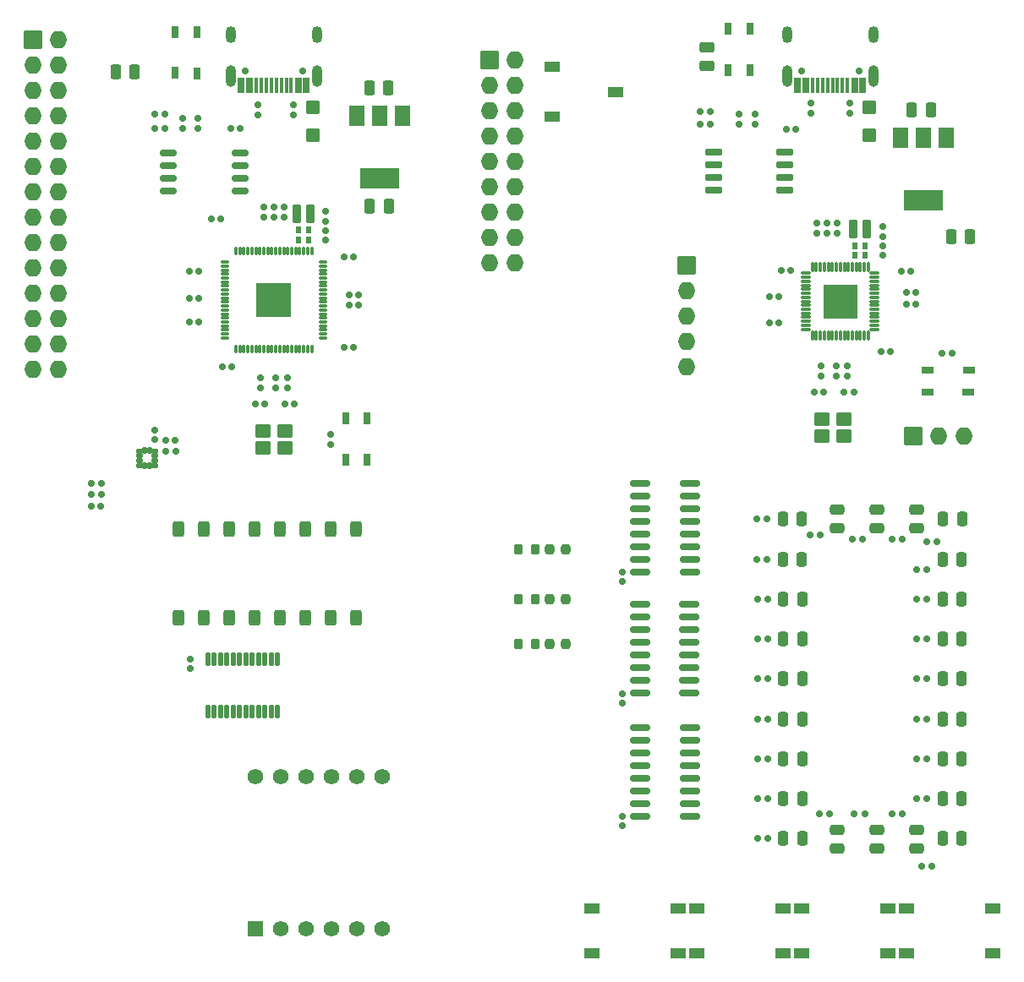
<source format=gbr>
G04 #@! TF.GenerationSoftware,KiCad,Pcbnew,9.0.0*
G04 #@! TF.CreationDate,2025-05-15T14:18:08+02:00*
G04 #@! TF.ProjectId,RP2350_80QFN_minimal,52503233-3530-45f3-9830-51464e5f6d69,rev?*
G04 #@! TF.SameCoordinates,Original*
G04 #@! TF.FileFunction,Soldermask,Top*
G04 #@! TF.FilePolarity,Negative*
%FSLAX46Y46*%
G04 Gerber Fmt 4.6, Leading zero omitted, Abs format (unit mm)*
G04 Created by KiCad (PCBNEW 9.0.0) date 2025-05-15 14:18:08*
%MOMM*%
%LPD*%
G01*
G04 APERTURE LIST*
G04 Aperture macros list*
%AMRoundRect*
0 Rectangle with rounded corners*
0 $1 Rounding radius*
0 $2 $3 $4 $5 $6 $7 $8 $9 X,Y pos of 4 corners*
0 Add a 4 corners polygon primitive as box body*
4,1,4,$2,$3,$4,$5,$6,$7,$8,$9,$2,$3,0*
0 Add four circle primitives for the rounded corners*
1,1,$1+$1,$2,$3*
1,1,$1+$1,$4,$5*
1,1,$1+$1,$6,$7*
1,1,$1+$1,$8,$9*
0 Add four rect primitives between the rounded corners*
20,1,$1+$1,$2,$3,$4,$5,0*
20,1,$1+$1,$4,$5,$6,$7,0*
20,1,$1+$1,$6,$7,$8,$9,0*
20,1,$1+$1,$8,$9,$2,$3,0*%
%AMFreePoly0*
4,1,35,0.408713,0.121213,0.458713,0.071213,0.467500,0.050000,0.467500,-0.050000,0.466924,-0.055853,0.463118,-0.074987,0.458638,-0.085802,0.447799,-0.102023,0.439523,-0.110299,0.423302,-0.121138,0.412487,-0.125618,0.393353,-0.129424,0.387500,-0.130000,-0.387500,-0.130000,-0.393353,-0.129424,-0.412487,-0.125618,-0.423302,-0.121138,-0.439523,-0.110299,-0.447799,-0.102023,-0.458638,-0.085802,
-0.463118,-0.074987,-0.466924,-0.055853,-0.467500,-0.050000,-0.467500,0.050000,-0.466924,0.055853,-0.463118,0.074987,-0.458638,0.085802,-0.447799,0.102023,-0.439523,0.110299,-0.423302,0.121138,-0.412487,0.125618,-0.393353,0.129424,-0.387500,0.130000,0.387500,0.130000,0.408713,0.121213,0.408713,0.121213,$1*%
%AMFreePoly1*
4,1,35,0.393353,0.129424,0.412487,0.125618,0.423302,0.121138,0.439523,0.110299,0.447799,0.102023,0.458638,0.085802,0.463118,0.074987,0.466924,0.055853,0.467500,0.050000,0.467500,-0.050000,0.458713,-0.071213,0.408713,-0.121213,0.387500,-0.130000,-0.387500,-0.130000,-0.393353,-0.129424,-0.412487,-0.125618,-0.423302,-0.121138,-0.439523,-0.110299,-0.447799,-0.102023,-0.458638,-0.085802,
-0.463118,-0.074987,-0.466924,-0.055853,-0.467500,-0.050000,-0.467500,0.050000,-0.466924,0.055853,-0.463118,0.074987,-0.458638,0.085802,-0.447799,0.102023,-0.439523,0.110299,-0.423302,0.121138,-0.412487,0.125618,-0.393353,0.129424,-0.387500,0.130000,0.387500,0.130000,0.393353,0.129424,0.393353,0.129424,$1*%
%AMFreePoly2*
4,1,35,0.055853,0.466924,0.074987,0.463118,0.085802,0.458638,0.102023,0.447799,0.110299,0.439523,0.121138,0.423302,0.125618,0.412487,0.129424,0.393353,0.130000,0.387500,0.130000,-0.387500,0.129424,-0.393353,0.125618,-0.412487,0.121138,-0.423302,0.110299,-0.439523,0.102023,-0.447799,0.085802,-0.458638,0.074987,-0.463118,0.055853,-0.466924,0.050000,-0.467500,-0.050000,-0.467500,
-0.055853,-0.466924,-0.074987,-0.463118,-0.085802,-0.458638,-0.102023,-0.447799,-0.110299,-0.439523,-0.121138,-0.423302,-0.125618,-0.412487,-0.129424,-0.393353,-0.130000,-0.387500,-0.130000,0.387500,-0.121213,0.408713,-0.071213,0.458713,-0.050000,0.467500,0.050000,0.467500,0.055853,0.466924,0.055853,0.466924,$1*%
%AMFreePoly3*
4,1,35,0.071213,0.458713,0.121213,0.408713,0.130000,0.387500,0.130000,-0.387500,0.129424,-0.393353,0.125618,-0.412487,0.121138,-0.423302,0.110299,-0.439523,0.102023,-0.447799,0.085802,-0.458638,0.074987,-0.463118,0.055853,-0.466924,0.050000,-0.467500,-0.050000,-0.467500,-0.055853,-0.466924,-0.074987,-0.463118,-0.085802,-0.458638,-0.102023,-0.447799,-0.110299,-0.439523,-0.121138,-0.423302,
-0.125618,-0.412487,-0.129424,-0.393353,-0.130000,-0.387500,-0.130000,0.387500,-0.129424,0.393353,-0.125618,0.412487,-0.121138,0.423302,-0.110299,0.439523,-0.102023,0.447799,-0.085802,0.458638,-0.074987,0.463118,-0.055853,0.466924,-0.050000,0.467500,0.050000,0.467500,0.071213,0.458713,0.071213,0.458713,$1*%
%AMFreePoly4*
4,1,35,0.393353,0.129424,0.412487,0.125618,0.423302,0.121138,0.439523,0.110299,0.447799,0.102023,0.458638,0.085802,0.463118,0.074987,0.466924,0.055853,0.467500,0.050000,0.467500,-0.050000,0.466924,-0.055853,0.463118,-0.074987,0.458638,-0.085802,0.447799,-0.102023,0.439523,-0.110299,0.423302,-0.121138,0.412487,-0.125618,0.393353,-0.129424,0.387500,-0.130000,-0.387500,-0.130000,
-0.408713,-0.121213,-0.458713,-0.071213,-0.467500,-0.050000,-0.467500,0.050000,-0.466924,0.055853,-0.463118,0.074987,-0.458638,0.085802,-0.447799,0.102023,-0.439523,0.110299,-0.423302,0.121138,-0.412487,0.125618,-0.393353,0.129424,-0.387500,0.130000,0.387500,0.130000,0.393353,0.129424,0.393353,0.129424,$1*%
%AMFreePoly5*
4,1,35,0.393353,0.129424,0.412487,0.125618,0.423302,0.121138,0.439523,0.110299,0.447799,0.102023,0.458638,0.085802,0.463118,0.074987,0.466924,0.055853,0.467500,0.050000,0.467500,-0.050000,0.466924,-0.055853,0.463118,-0.074987,0.458638,-0.085802,0.447799,-0.102023,0.439523,-0.110299,0.423302,-0.121138,0.412487,-0.125618,0.393353,-0.129424,0.387500,-0.130000,-0.387500,-0.130000,
-0.393353,-0.129424,-0.412487,-0.125618,-0.423302,-0.121138,-0.439523,-0.110299,-0.447799,-0.102023,-0.458638,-0.085802,-0.463118,-0.074987,-0.466924,-0.055853,-0.467500,-0.050000,-0.467500,0.050000,-0.458713,0.071213,-0.408713,0.121213,-0.387500,0.130000,0.387500,0.130000,0.393353,0.129424,0.393353,0.129424,$1*%
%AMFreePoly6*
4,1,35,0.055853,0.466924,0.074987,0.463118,0.085802,0.458638,0.102023,0.447799,0.110299,0.439523,0.121138,0.423302,0.125618,0.412487,0.129424,0.393353,0.130000,0.387500,0.130000,-0.387500,0.121213,-0.408713,0.071213,-0.458713,0.050000,-0.467500,-0.050000,-0.467500,-0.055853,-0.466924,-0.074987,-0.463118,-0.085802,-0.458638,-0.102023,-0.447799,-0.110299,-0.439523,-0.121138,-0.423302,
-0.125618,-0.412487,-0.129424,-0.393353,-0.130000,-0.387500,-0.130000,0.387500,-0.129424,0.393353,-0.125618,0.412487,-0.121138,0.423302,-0.110299,0.439523,-0.102023,0.447799,-0.085802,0.458638,-0.074987,0.463118,-0.055853,0.466924,-0.050000,0.467500,0.050000,0.467500,0.055853,0.466924,0.055853,0.466924,$1*%
%AMFreePoly7*
4,1,35,0.055853,0.466924,0.074987,0.463118,0.085802,0.458638,0.102023,0.447799,0.110299,0.439523,0.121138,0.423302,0.125618,0.412487,0.129424,0.393353,0.130000,0.387500,0.130000,-0.387500,0.129424,-0.393353,0.125618,-0.412487,0.121138,-0.423302,0.110299,-0.439523,0.102023,-0.447799,0.085802,-0.458638,0.074987,-0.463118,0.055853,-0.466924,0.050000,-0.467500,-0.050000,-0.467500,
-0.071213,-0.458713,-0.121213,-0.408713,-0.130000,-0.387500,-0.130000,0.387500,-0.129424,0.393353,-0.125618,0.412487,-0.121138,0.423302,-0.110299,0.439523,-0.102023,0.447799,-0.085802,0.458638,-0.074987,0.463118,-0.055853,0.466924,-0.050000,0.467500,0.050000,0.467500,0.055853,0.466924,0.055853,0.466924,$1*%
G04 Aperture macros list end*
%ADD10RoundRect,0.265000X-0.265000X-0.490000X0.265000X-0.490000X0.265000X0.490000X-0.265000X0.490000X0*%
%ADD11RoundRect,0.155000X0.155000X0.185000X-0.155000X0.185000X-0.155000X-0.185000X0.155000X-0.185000X0*%
%ADD12RoundRect,0.150000X-0.200000X0.150000X-0.200000X-0.150000X0.200000X-0.150000X0.200000X0.150000X0*%
%ADD13RoundRect,0.030000X-0.750000X1.000000X-0.750000X-1.000000X0.750000X-1.000000X0.750000X1.000000X0*%
%ADD14RoundRect,0.030000X-1.900000X1.000000X-1.900000X-1.000000X1.900000X-1.000000X1.900000X1.000000X0*%
%ADD15RoundRect,0.165000X-0.665000X-0.165000X0.665000X-0.165000X0.665000X0.165000X-0.665000X0.165000X0*%
%ADD16RoundRect,0.155000X-0.155000X-0.185000X0.155000X-0.185000X0.155000X0.185000X-0.155000X0.185000X0*%
%ADD17RoundRect,0.155000X0.185000X-0.155000X0.185000X0.155000X-0.185000X0.155000X-0.185000X-0.155000X0*%
%ADD18RoundRect,0.030000X-0.700000X-0.600000X0.700000X-0.600000X0.700000X0.600000X-0.700000X0.600000X0*%
%ADD19RoundRect,0.258750X0.258750X0.471250X-0.258750X0.471250X-0.258750X-0.471250X0.258750X-0.471250X0*%
%ADD20RoundRect,0.150000X0.200000X-0.150000X0.200000X0.150000X-0.200000X0.150000X-0.200000X-0.150000X0*%
%ADD21RoundRect,0.165000X0.840000X0.165000X-0.840000X0.165000X-0.840000X-0.165000X0.840000X-0.165000X0*%
%ADD22RoundRect,0.155000X-0.185000X0.155000X-0.185000X-0.155000X0.185000X-0.155000X0.185000X0.155000X0*%
%ADD23RoundRect,0.258750X0.471250X-0.258750X0.471250X0.258750X-0.471250X0.258750X-0.471250X-0.258750X0*%
%ADD24RoundRect,0.263637X0.316363X-0.516363X0.316363X0.516363X-0.316363X0.516363X-0.316363X-0.516363X0*%
%ADD25RoundRect,0.215000X0.215000X0.290000X-0.215000X0.290000X-0.215000X-0.290000X0.215000X-0.290000X0*%
%ADD26RoundRect,0.030000X-0.700000X-0.500000X0.700000X-0.500000X0.700000X0.500000X-0.700000X0.500000X0*%
%ADD27RoundRect,0.150000X0.150000X0.200000X-0.150000X0.200000X-0.150000X-0.200000X0.150000X-0.200000X0*%
%ADD28RoundRect,0.030000X-0.235000X-0.265000X0.235000X-0.265000X0.235000X0.265000X-0.235000X0.265000X0*%
%ADD29RoundRect,0.030000X-0.850000X-0.850000X0.850000X-0.850000X0.850000X0.850000X-0.850000X0.850000X0*%
%ADD30O,1.760000X1.760000*%
%ADD31RoundRect,0.030000X-0.325000X0.525000X-0.325000X-0.525000X0.325000X-0.525000X0.325000X0.525000X0*%
%ADD32RoundRect,0.150000X-0.150000X-0.200000X0.150000X-0.200000X0.150000X0.200000X-0.150000X0.200000X0*%
%ADD33RoundRect,0.030000X-0.350000X-0.850000X0.350000X-0.850000X0.350000X0.850000X-0.350000X0.850000X0*%
%ADD34RoundRect,0.258750X-0.471250X0.258750X-0.471250X-0.258750X0.471250X-0.258750X0.471250X0.258750X0*%
%ADD35RoundRect,0.030000X0.850000X-0.850000X0.850000X0.850000X-0.850000X0.850000X-0.850000X-0.850000X0*%
%ADD36RoundRect,0.233750X0.233750X0.271250X-0.233750X0.271250X-0.233750X-0.271250X0.233750X-0.271250X0*%
%ADD37RoundRect,0.030000X0.750000X-0.750000X0.750000X0.750000X-0.750000X0.750000X-0.750000X-0.750000X0*%
%ADD38C,1.560000*%
%ADD39RoundRect,0.030000X-0.525000X-0.325000X0.525000X-0.325000X0.525000X0.325000X-0.525000X0.325000X0*%
%ADD40FreePoly0,0.000000*%
%ADD41RoundRect,0.065000X-0.402500X-0.065000X0.402500X-0.065000X0.402500X0.065000X-0.402500X0.065000X0*%
%ADD42FreePoly1,0.000000*%
%ADD43FreePoly2,0.000000*%
%ADD44RoundRect,0.065000X-0.065000X-0.402500X0.065000X-0.402500X0.065000X0.402500X-0.065000X0.402500X0*%
%ADD45FreePoly3,0.000000*%
%ADD46FreePoly4,0.000000*%
%ADD47FreePoly5,0.000000*%
%ADD48FreePoly6,0.000000*%
%ADD49FreePoly7,0.000000*%
%ADD50RoundRect,0.155700X1.574300X-1.574300X1.574300X1.574300X-1.574300X1.574300X-1.574300X-1.574300X0*%
%ADD51RoundRect,0.030000X0.600000X-0.600000X0.600000X0.600000X-0.600000X0.600000X-0.600000X-0.600000X0*%
%ADD52C,0.710000*%
%ADD53RoundRect,0.030000X0.300000X0.725000X-0.300000X0.725000X-0.300000X-0.725000X0.300000X-0.725000X0*%
%ADD54RoundRect,0.030000X0.150000X0.725000X-0.150000X0.725000X-0.150000X-0.725000X0.150000X-0.725000X0*%
%ADD55O,1.060000X2.160000*%
%ADD56O,1.060000X1.660000*%
%ADD57RoundRect,0.030000X-0.750000X0.500000X-0.750000X-0.500000X0.750000X-0.500000X0.750000X0.500000X0*%
%ADD58RoundRect,0.102000X-0.200000X-0.175000X0.200000X-0.175000X0.200000X0.175000X-0.200000X0.175000X0*%
%ADD59RoundRect,0.102000X-0.175000X-0.200000X0.175000X-0.200000X0.175000X0.200000X-0.175000X0.200000X0*%
%ADD60RoundRect,0.030000X0.200000X-0.600000X0.200000X0.600000X-0.200000X0.600000X-0.200000X-0.600000X0*%
%ADD61RoundRect,0.070000X0.350000X-0.070000X0.350000X0.070000X-0.350000X0.070000X-0.350000X-0.070000X0*%
%ADD62RoundRect,0.070000X-0.070000X-0.350000X0.070000X-0.350000X0.070000X0.350000X-0.070000X0.350000X0*%
%ADD63C,0.660000*%
%ADD64RoundRect,0.030000X-0.566666X-0.566666X0.566666X-0.566666X0.566666X0.566666X-0.566666X0.566666X0*%
%ADD65RoundRect,0.030000X0.325000X-0.525000X0.325000X0.525000X-0.325000X0.525000X-0.325000X-0.525000X0*%
%ADD66RoundRect,0.177500X-0.665000X-0.177500X0.665000X-0.177500X0.665000X0.177500X-0.665000X0.177500X0*%
%ADD67RoundRect,0.265000X-0.490000X0.265000X-0.490000X-0.265000X0.490000X-0.265000X0.490000X0.265000X0*%
G04 APERTURE END LIST*
D10*
X97450000Y-65650000D03*
X99350000Y-65650000D03*
D11*
X80330000Y-77250000D03*
X79370000Y-77250000D03*
X84515000Y-57880000D03*
X83555000Y-57880000D03*
D12*
X80250000Y-56840000D03*
X80250000Y-57860000D03*
D13*
X100750000Y-56550000D03*
X98450000Y-56550000D03*
D14*
X98450000Y-62850000D03*
D13*
X96150000Y-56550000D03*
D15*
X77250000Y-60345000D03*
X77250000Y-61615000D03*
X77250000Y-62885000D03*
X77250000Y-64155000D03*
X84450000Y-64155000D03*
X84450000Y-62885000D03*
X84450000Y-61615000D03*
X84450000Y-60345000D03*
D16*
X88965000Y-85470000D03*
X89925000Y-85470000D03*
D17*
X86850000Y-66730000D03*
X86850000Y-65770000D03*
D16*
X95375000Y-75550000D03*
X96335000Y-75550000D03*
X94870000Y-79750000D03*
X95830000Y-79750000D03*
D12*
X87850000Y-65740000D03*
X87850000Y-66760000D03*
D10*
X97437500Y-53800000D03*
X99337500Y-53800000D03*
D11*
X80330000Y-72150000D03*
X79370000Y-72150000D03*
X86955000Y-85470000D03*
X85995000Y-85470000D03*
D12*
X88850000Y-65740000D03*
X88850000Y-66760000D03*
D16*
X94870000Y-70750000D03*
X95830000Y-70750000D03*
D12*
X88050000Y-82845000D03*
X88050000Y-83865000D03*
D18*
X86750000Y-89900000D03*
X88950000Y-89900000D03*
X88950000Y-88200000D03*
X86750000Y-88200000D03*
D10*
X72000000Y-52150000D03*
X73900000Y-52150000D03*
D19*
X140750000Y-105000000D03*
X138875000Y-105000000D03*
D20*
X141650000Y-56320000D03*
X141650000Y-55300000D03*
D12*
X93050000Y-66190000D03*
X93050000Y-67210000D03*
D21*
X129500000Y-102270000D03*
X129500000Y-101000000D03*
X129500000Y-99730000D03*
X129500000Y-98460000D03*
X129500000Y-97190000D03*
X129500000Y-95920000D03*
X129500000Y-94650000D03*
X129500000Y-93380000D03*
X124550000Y-93380000D03*
X124550000Y-94650000D03*
X124550000Y-95920000D03*
X124550000Y-97190000D03*
X124550000Y-98460000D03*
X124550000Y-99730000D03*
X124550000Y-101000000D03*
X124550000Y-102270000D03*
D22*
X122750000Y-114500000D03*
X122750000Y-115460000D03*
D11*
X138430000Y-74750000D03*
X137470000Y-74750000D03*
D17*
X75950000Y-89045000D03*
X75950000Y-88085000D03*
D23*
X152250000Y-130000000D03*
X152250000Y-128125000D03*
D22*
X122750000Y-102290000D03*
X122750000Y-103250000D03*
X145250000Y-81680000D03*
X145250000Y-82640000D03*
D12*
X134430000Y-56440000D03*
X134430000Y-57460000D03*
X93525000Y-88540000D03*
X93525000Y-89560000D03*
D16*
X144970000Y-84250000D03*
X145930000Y-84250000D03*
D24*
X78300000Y-106900000D03*
X80840000Y-106900000D03*
X83380000Y-106900000D03*
X85920000Y-106900000D03*
X88460000Y-106900000D03*
X91000000Y-106900000D03*
X93540000Y-106900000D03*
X96080000Y-106900000D03*
X96080000Y-98000000D03*
X93540000Y-98000000D03*
X91000000Y-98000000D03*
X88460000Y-98000000D03*
X85920000Y-98000000D03*
X83380000Y-98000000D03*
X80840000Y-98000000D03*
X78300000Y-98000000D03*
D25*
X114025000Y-100025000D03*
X112375000Y-100025000D03*
D12*
X144150000Y-81650000D03*
X144150000Y-82670000D03*
D25*
X114025000Y-105025000D03*
X112375000Y-105025000D03*
D26*
X140700000Y-136000000D03*
X149300000Y-136000000D03*
X140700000Y-140500000D03*
X149300000Y-140500000D03*
D20*
X145550000Y-56310000D03*
X145550000Y-55290000D03*
D27*
X153270000Y-117000000D03*
X152250000Y-117000000D03*
D19*
X140750000Y-125000000D03*
X138875000Y-125000000D03*
X140687500Y-101000000D03*
X138812500Y-101000000D03*
D27*
X153270000Y-113000000D03*
X152250000Y-113000000D03*
D19*
X140750000Y-113000000D03*
X138875000Y-113000000D03*
D26*
X151200000Y-136000000D03*
X159800000Y-136000000D03*
X151200000Y-140500000D03*
X159800000Y-140500000D03*
D19*
X140750000Y-117000000D03*
X138875000Y-117000000D03*
D27*
X147010000Y-126500000D03*
X145990000Y-126500000D03*
D21*
X129500000Y-126770000D03*
X129500000Y-125500000D03*
X129500000Y-124230000D03*
X129500000Y-122960000D03*
X129500000Y-121690000D03*
X129500000Y-120420000D03*
X129500000Y-119150000D03*
X129500000Y-117880000D03*
X124550000Y-117880000D03*
X124550000Y-119150000D03*
X124550000Y-120420000D03*
X124550000Y-121690000D03*
X124550000Y-122960000D03*
X124550000Y-124230000D03*
X124550000Y-125500000D03*
X124550000Y-126770000D03*
D22*
X93050000Y-68070000D03*
X93050000Y-69030000D03*
D28*
X90335000Y-68050000D03*
X91365000Y-68050000D03*
D27*
X137260000Y-97000000D03*
X136240000Y-97000000D03*
D11*
X138430000Y-77350000D03*
X137470000Y-77350000D03*
D27*
X137322500Y-125000000D03*
X136302500Y-125000000D03*
X137322500Y-113000000D03*
X136302500Y-113000000D03*
D29*
X129150000Y-71540000D03*
D30*
X129150000Y-74080000D03*
X129150000Y-76620000D03*
X129150000Y-79160000D03*
X129150000Y-81700000D03*
D19*
X156687500Y-113000000D03*
X154812500Y-113000000D03*
D27*
X137260000Y-101000000D03*
X136240000Y-101000000D03*
D11*
X82530000Y-66950000D03*
X81570000Y-66950000D03*
D22*
X79450000Y-111040000D03*
X79450000Y-112000000D03*
D27*
X155747500Y-80400000D03*
X154727500Y-80400000D03*
D19*
X156687500Y-117000000D03*
X154812500Y-117000000D03*
D11*
X140130000Y-57950000D03*
X139170000Y-57950000D03*
D31*
X80125000Y-48175000D03*
X80125000Y-52325000D03*
X77975000Y-48175000D03*
X77975000Y-52300000D03*
D19*
X156687500Y-109000000D03*
X154812500Y-109000000D03*
D20*
X89850000Y-56500000D03*
X89850000Y-55480000D03*
D16*
X151170000Y-74250000D03*
X152130000Y-74250000D03*
D10*
X151750000Y-56000000D03*
X153650000Y-56000000D03*
D21*
X129475000Y-114445000D03*
X129475000Y-113175000D03*
X129475000Y-111905000D03*
X129475000Y-110635000D03*
X129475000Y-109365000D03*
X129475000Y-108095000D03*
X129475000Y-106825000D03*
X129475000Y-105555000D03*
X124525000Y-105555000D03*
X124525000Y-106825000D03*
X124525000Y-108095000D03*
X124525000Y-109365000D03*
X124525000Y-110635000D03*
X124525000Y-111905000D03*
X124525000Y-113175000D03*
X124525000Y-114445000D03*
D16*
X77020000Y-89065000D03*
X77980000Y-89065000D03*
D32*
X69580000Y-94550000D03*
X70600000Y-94550000D03*
D12*
X78750000Y-56840000D03*
X78750000Y-57860000D03*
D33*
X145850000Y-67950000D03*
X147250000Y-67950000D03*
D28*
X90335000Y-69000000D03*
X91365000Y-69000000D03*
D17*
X142250000Y-68330000D03*
X142250000Y-67370000D03*
D23*
X148250000Y-130000000D03*
X148250000Y-128125000D03*
D34*
X148250000Y-96062500D03*
X148250000Y-97937500D03*
D16*
X150670000Y-72150000D03*
X151630000Y-72150000D03*
D27*
X137322500Y-109000000D03*
X136302500Y-109000000D03*
D19*
X156687500Y-125000000D03*
X154812500Y-125000000D03*
D32*
X75940000Y-57850000D03*
X76960000Y-57850000D03*
D11*
X139630000Y-72050000D03*
X138670000Y-72050000D03*
D35*
X151850000Y-88650000D03*
D30*
X154390000Y-88650000D03*
X156930000Y-88650000D03*
D11*
X70530000Y-95700000D03*
X69570000Y-95700000D03*
D36*
X117075000Y-109525000D03*
X115500000Y-109525000D03*
D27*
X153210000Y-102075000D03*
X152190000Y-102075000D03*
D19*
X140687500Y-97000000D03*
X138812500Y-97000000D03*
D37*
X86000000Y-138000000D03*
D38*
X88540000Y-138000000D03*
X91080000Y-138000000D03*
X93620000Y-138000000D03*
X96160000Y-138000000D03*
X98700000Y-138000000D03*
X98700000Y-122760000D03*
X96160000Y-122760000D03*
X93620000Y-122760000D03*
X91080000Y-122760000D03*
X88540000Y-122760000D03*
X86000000Y-122760000D03*
D39*
X153287500Y-82100000D03*
X157437500Y-82100000D03*
X153287500Y-84250000D03*
X157412500Y-84250000D03*
D27*
X153270000Y-121000000D03*
X152250000Y-121000000D03*
D16*
X77050000Y-90165000D03*
X78010000Y-90165000D03*
D40*
X141144730Y-72379000D03*
D41*
X141144730Y-72779000D03*
X141144730Y-73179000D03*
X141144730Y-73579000D03*
X141144730Y-73979000D03*
X141144730Y-74379000D03*
X141144730Y-74779000D03*
X141144730Y-75179000D03*
X141144730Y-75579000D03*
X141144730Y-75979000D03*
X141144730Y-76379000D03*
X141144730Y-76779000D03*
X141144730Y-77179000D03*
X141144730Y-77579000D03*
D42*
X141144730Y-77979000D03*
D43*
X141782230Y-78616500D03*
D44*
X142182230Y-78616500D03*
X142582230Y-78616500D03*
X142982230Y-78616500D03*
X143382230Y-78616500D03*
X143782230Y-78616500D03*
X144182230Y-78616500D03*
X144582230Y-78616500D03*
X144982230Y-78616500D03*
X145382230Y-78616500D03*
X145782230Y-78616500D03*
X146182230Y-78616500D03*
X146582230Y-78616500D03*
X146982230Y-78616500D03*
D45*
X147382230Y-78616500D03*
D46*
X148019730Y-77979000D03*
D41*
X148019730Y-77579000D03*
X148019730Y-77179000D03*
X148019730Y-76779000D03*
X148019730Y-76379000D03*
X148019730Y-75979000D03*
X148019730Y-75579000D03*
X148019730Y-75179000D03*
X148019730Y-74779000D03*
X148019730Y-74379000D03*
X148019730Y-73979000D03*
X148019730Y-73579000D03*
X148019730Y-73179000D03*
X148019730Y-72779000D03*
D47*
X148019730Y-72379000D03*
D48*
X147382230Y-71741500D03*
D44*
X146982230Y-71741500D03*
X146582230Y-71741500D03*
X146182230Y-71741500D03*
X145782230Y-71741500D03*
X145382230Y-71741500D03*
X144982230Y-71741500D03*
X144582230Y-71741500D03*
X144182230Y-71741500D03*
X143782230Y-71741500D03*
X143382230Y-71741500D03*
X142982230Y-71741500D03*
X142582230Y-71741500D03*
X142182230Y-71741500D03*
D49*
X141782230Y-71741500D03*
D50*
X144582230Y-75179000D03*
D51*
X147500000Y-58550000D03*
X147500000Y-55750000D03*
D32*
X75940000Y-56450000D03*
X76960000Y-56450000D03*
D26*
X119700000Y-136000000D03*
X128300000Y-136000000D03*
X119700000Y-140500000D03*
X128300000Y-140500000D03*
D32*
X130530000Y-56150000D03*
X131550000Y-56150000D03*
D12*
X136030000Y-56440000D03*
X136030000Y-57460000D03*
D27*
X146760000Y-99000000D03*
X145740000Y-99000000D03*
D22*
X89250000Y-82870000D03*
X89250000Y-83830000D03*
D18*
X142750000Y-88650000D03*
X144950000Y-88650000D03*
X144950000Y-86950000D03*
X142750000Y-86950000D03*
D27*
X143510000Y-126500000D03*
X142490000Y-126500000D03*
D52*
X146440000Y-52100000D03*
X140660000Y-52100000D03*
D53*
X146800000Y-53545000D03*
X146000000Y-53545000D03*
D54*
X144800000Y-53545000D03*
X143800000Y-53545000D03*
X143300000Y-53545000D03*
X142300000Y-53545000D03*
D53*
X141100000Y-53545000D03*
X140300000Y-53545000D03*
X140300000Y-53545000D03*
X141100000Y-53545000D03*
D54*
X141800000Y-53545000D03*
X142800000Y-53545000D03*
X144300000Y-53545000D03*
X145300000Y-53545000D03*
D53*
X146000000Y-53545000D03*
X146800000Y-53545000D03*
D55*
X147870000Y-52630000D03*
D56*
X147870000Y-48450000D03*
D55*
X139230000Y-52630000D03*
D56*
X139230000Y-48450000D03*
D29*
X109500000Y-51000000D03*
D30*
X112040000Y-51000000D03*
X109500000Y-53540000D03*
X112040000Y-53540000D03*
X109500000Y-56080000D03*
X112040000Y-56080000D03*
X109500000Y-58620000D03*
X112040000Y-58620000D03*
X109500000Y-61160000D03*
X112040000Y-61160000D03*
X109500000Y-63700000D03*
X112040000Y-63700000D03*
X109500000Y-66240000D03*
X112040000Y-66240000D03*
X109500000Y-68780000D03*
X112040000Y-68780000D03*
X109500000Y-71320000D03*
X112040000Y-71320000D03*
D27*
X150760000Y-99000000D03*
X149740000Y-99000000D03*
D57*
X115750000Y-51700000D03*
X122050000Y-54200000D03*
X115750000Y-56700000D03*
D32*
X130530000Y-57450000D03*
X131550000Y-57450000D03*
D29*
X63760000Y-49000000D03*
D30*
X66300000Y-49000000D03*
X63760000Y-51540000D03*
X66300000Y-51540000D03*
X63760000Y-54080000D03*
X66300000Y-54080000D03*
X63760000Y-56620000D03*
X66300000Y-56620000D03*
X63760000Y-59160000D03*
X66300000Y-59160000D03*
X63760000Y-61700000D03*
X66300000Y-61700000D03*
X63760000Y-64240000D03*
X66300000Y-64240000D03*
X63760000Y-66780000D03*
X66300000Y-66780000D03*
X63760000Y-69320000D03*
X66300000Y-69320000D03*
X63760000Y-71860000D03*
X66300000Y-71860000D03*
X63760000Y-74400000D03*
X66300000Y-74400000D03*
X63760000Y-76940000D03*
X66300000Y-76940000D03*
X63760000Y-79480000D03*
X66300000Y-79480000D03*
X63760000Y-82020000D03*
X66300000Y-82020000D03*
D19*
X156687500Y-121000000D03*
X154812500Y-121000000D03*
D58*
X74440000Y-90165000D03*
X74440000Y-90665000D03*
X74440000Y-91165000D03*
X74440000Y-91665000D03*
D59*
X74950000Y-91675000D03*
X75450000Y-91675000D03*
D58*
X75960000Y-91665000D03*
X75960000Y-91165000D03*
X75960000Y-90665000D03*
X75960000Y-90165000D03*
D59*
X75450000Y-90155000D03*
X74950000Y-90155000D03*
D19*
X140750000Y-121000000D03*
X138875000Y-121000000D03*
D27*
X142560000Y-98625000D03*
X141540000Y-98625000D03*
X150760000Y-126500000D03*
X149740000Y-126500000D03*
D12*
X148800000Y-67705000D03*
X148800000Y-68725000D03*
D23*
X144250000Y-130000000D03*
X144250000Y-128125000D03*
D12*
X144250000Y-67340000D03*
X144250000Y-68360000D03*
D52*
X90740000Y-52090000D03*
X84960000Y-52090000D03*
D53*
X91100000Y-53535000D03*
X90300000Y-53535000D03*
D54*
X89100000Y-53535000D03*
X88100000Y-53535000D03*
X87600000Y-53535000D03*
X86600000Y-53535000D03*
D53*
X85400000Y-53535000D03*
X84600000Y-53535000D03*
X84600000Y-53535000D03*
X85400000Y-53535000D03*
D54*
X86100000Y-53535000D03*
X87100000Y-53535000D03*
X88600000Y-53535000D03*
X89600000Y-53535000D03*
D53*
X90300000Y-53535000D03*
X91100000Y-53535000D03*
D55*
X92170000Y-52620000D03*
D56*
X92170000Y-48440000D03*
D55*
X83530000Y-52620000D03*
D56*
X83530000Y-48440000D03*
D60*
X81250000Y-116250000D03*
X81885000Y-116250000D03*
X82520000Y-116250000D03*
X83155000Y-116250000D03*
X83790000Y-116250000D03*
X84425000Y-116250000D03*
X85060000Y-116250000D03*
X85695000Y-116250000D03*
X86330000Y-116250000D03*
X86965000Y-116250000D03*
X87600000Y-116250000D03*
X88235000Y-116250000D03*
X88235000Y-111050000D03*
X87600000Y-111050000D03*
X86965000Y-111050000D03*
X86330000Y-111050000D03*
X85695000Y-111050000D03*
X85060000Y-111050000D03*
X84425000Y-111050000D03*
X83790000Y-111050000D03*
X83155000Y-111050000D03*
X82520000Y-111050000D03*
X81885000Y-111050000D03*
X81250000Y-111050000D03*
D16*
X151170000Y-75450000D03*
X152130000Y-75450000D03*
D36*
X117075000Y-105025000D03*
X115500000Y-105025000D03*
D61*
X82953500Y-71250000D03*
X82953500Y-71650000D03*
X82953500Y-72050000D03*
X82953500Y-72450000D03*
X82953500Y-72850000D03*
X82953500Y-73250000D03*
X82953500Y-73650000D03*
X82953500Y-74050000D03*
X82953500Y-74450000D03*
X82953500Y-74850000D03*
X82953500Y-75250000D03*
X82953500Y-75650000D03*
X82953500Y-76050000D03*
X82953500Y-76450000D03*
X82953500Y-76850000D03*
X82953500Y-77250000D03*
X82953500Y-77650000D03*
X82953500Y-78050000D03*
X82953500Y-78450000D03*
X82953500Y-78850000D03*
D62*
X84050000Y-79946500D03*
X84450000Y-79946500D03*
X84850000Y-79946500D03*
X85250000Y-79946500D03*
X85650000Y-79946500D03*
X86050000Y-79946500D03*
X86450000Y-79946500D03*
X86850000Y-79946500D03*
X87250000Y-79946500D03*
X87650000Y-79946500D03*
X88050000Y-79946500D03*
X88450000Y-79946500D03*
X88850000Y-79946500D03*
X89250000Y-79946500D03*
X89650000Y-79946500D03*
X90050000Y-79946500D03*
X90450000Y-79946500D03*
X90850000Y-79946500D03*
X91250000Y-79946500D03*
X91650000Y-79946500D03*
D61*
X92746500Y-78850000D03*
X92746500Y-78450000D03*
X92746500Y-78050000D03*
X92746500Y-77650000D03*
X92746500Y-77250000D03*
X92746500Y-76850000D03*
X92746500Y-76450000D03*
X92746500Y-76050000D03*
X92746500Y-75650000D03*
X92746500Y-75250000D03*
X92746500Y-74850000D03*
X92746500Y-74450000D03*
X92746500Y-74050000D03*
X92746500Y-73650000D03*
X92746500Y-73250000D03*
X92746500Y-72850000D03*
X92746500Y-72450000D03*
X92746500Y-72050000D03*
X92746500Y-71650000D03*
X92746500Y-71250000D03*
D62*
X91650000Y-70153500D03*
X91250000Y-70153500D03*
X90850000Y-70153500D03*
X90450000Y-70153500D03*
X90050000Y-70153500D03*
X89650000Y-70153500D03*
X89250000Y-70153500D03*
X88850000Y-70153500D03*
X88450000Y-70153500D03*
X88050000Y-70153500D03*
X87650000Y-70153500D03*
X87250000Y-70153500D03*
X86850000Y-70153500D03*
X86450000Y-70153500D03*
X86050000Y-70153500D03*
X85650000Y-70153500D03*
X85250000Y-70153500D03*
X84850000Y-70153500D03*
X84450000Y-70153500D03*
X84050000Y-70153500D03*
D63*
X86716667Y-73916667D03*
D64*
X86716667Y-73916667D03*
D63*
X86716667Y-75050000D03*
D64*
X86716667Y-75050000D03*
D63*
X86716667Y-76183333D03*
D64*
X86716667Y-76183333D03*
D63*
X87850000Y-73916667D03*
D64*
X87850000Y-73916667D03*
D63*
X87850000Y-75050000D03*
D64*
X87850000Y-75050000D03*
D63*
X87850000Y-76183333D03*
D64*
X87850000Y-76183333D03*
D63*
X88983333Y-73916667D03*
D64*
X88983333Y-73916667D03*
D63*
X88983333Y-75050000D03*
D64*
X88983333Y-75050000D03*
D63*
X88983333Y-76183333D03*
D64*
X88983333Y-76183333D03*
D19*
X156687500Y-101000000D03*
X154812500Y-101000000D03*
D27*
X137322500Y-117000000D03*
X136302500Y-117000000D03*
D33*
X90150000Y-66400000D03*
X91550000Y-66400000D03*
D10*
X155650000Y-68700000D03*
X157550000Y-68700000D03*
D11*
X80330000Y-74850000D03*
X79370000Y-74850000D03*
D27*
X153260000Y-109000000D03*
X152240000Y-109000000D03*
D36*
X117075000Y-100025000D03*
X115500000Y-100025000D03*
D22*
X148800000Y-69620000D03*
X148800000Y-70580000D03*
D19*
X156750000Y-97000000D03*
X154875000Y-97000000D03*
D22*
X122750000Y-126770000D03*
X122750000Y-127730000D03*
D11*
X142910000Y-84250000D03*
X141950000Y-84250000D03*
D28*
X146035000Y-70550000D03*
X147065000Y-70550000D03*
D19*
X140750000Y-129000000D03*
X138875000Y-129000000D03*
D11*
X83630000Y-81750000D03*
X82670000Y-81750000D03*
D25*
X114025000Y-109525000D03*
X112375000Y-109525000D03*
D27*
X153260000Y-105000000D03*
X152240000Y-105000000D03*
D19*
X156687500Y-129000000D03*
X154812500Y-129000000D03*
D27*
X153760000Y-131750000D03*
X152740000Y-131750000D03*
D34*
X144250000Y-96062500D03*
X144250000Y-97937500D03*
D28*
X146035000Y-69600000D03*
X147065000Y-69600000D03*
D26*
X130200000Y-136000000D03*
X138800000Y-136000000D03*
X130200000Y-140500000D03*
X138800000Y-140500000D03*
D65*
X95075000Y-91025000D03*
X95075000Y-86875000D03*
X97225000Y-91025000D03*
X97225000Y-86900000D03*
D66*
X131862500Y-60245000D03*
X131862500Y-61515000D03*
X131862500Y-62785000D03*
X131862500Y-64055000D03*
X139037500Y-64055000D03*
X139037500Y-62785000D03*
X139037500Y-61515000D03*
X139037500Y-60245000D03*
D27*
X137322500Y-105000000D03*
X136302500Y-105000000D03*
X137322500Y-121000000D03*
X136302500Y-121000000D03*
D32*
X69580000Y-93400000D03*
X70600000Y-93400000D03*
D16*
X95370000Y-74550000D03*
X96330000Y-74550000D03*
D51*
X91800000Y-58540000D03*
X91800000Y-55740000D03*
D34*
X152250000Y-96062500D03*
X152250000Y-97937500D03*
D12*
X143250000Y-67340000D03*
X143250000Y-68360000D03*
D19*
X156687500Y-105000000D03*
X154812500Y-105000000D03*
D27*
X154235000Y-99225000D03*
X153215000Y-99225000D03*
D19*
X140750000Y-109000000D03*
X138875000Y-109000000D03*
D13*
X155200000Y-58750000D03*
X152900000Y-58750000D03*
D14*
X152900000Y-65050000D03*
D13*
X150600000Y-58750000D03*
D20*
X86250000Y-56490000D03*
X86250000Y-55470000D03*
D22*
X142650000Y-81680000D03*
X142650000Y-82640000D03*
D16*
X148670000Y-80250000D03*
X149630000Y-80250000D03*
D31*
X135525000Y-47875000D03*
X135525000Y-52025000D03*
X133375000Y-47875000D03*
X133375000Y-52000000D03*
D27*
X153270000Y-125000000D03*
X152250000Y-125000000D03*
D67*
X131250000Y-49700000D03*
X131250000Y-51600000D03*
D22*
X86550000Y-82870000D03*
X86550000Y-83830000D03*
D27*
X137322500Y-129000000D03*
X136302500Y-129000000D03*
M02*

</source>
